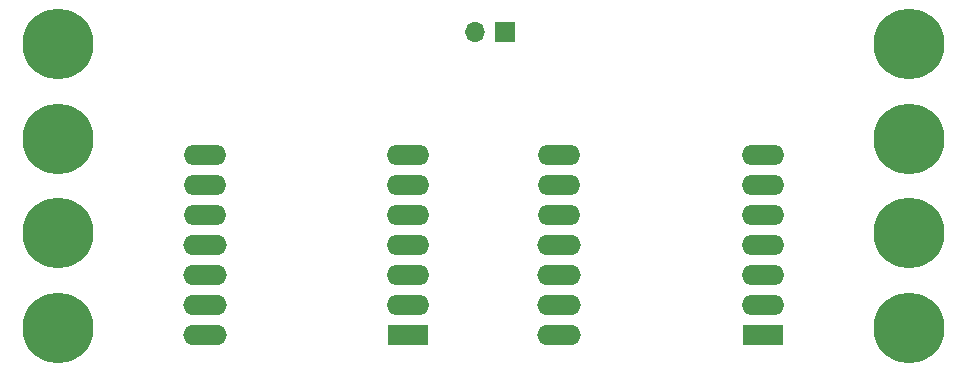
<source format=gbr>
%TF.GenerationSoftware,KiCad,Pcbnew,7.0.5-0*%
%TF.CreationDate,2023-07-26T01:41:50+02:00*%
%TF.ProjectId,esp32c3-wifi-dev,65737033-3263-4332-9d77-6966692d6465,rev?*%
%TF.SameCoordinates,Original*%
%TF.FileFunction,Soldermask,Top*%
%TF.FilePolarity,Negative*%
%FSLAX46Y46*%
G04 Gerber Fmt 4.6, Leading zero omitted, Abs format (unit mm)*
G04 Created by KiCad (PCBNEW 7.0.5-0) date 2023-07-26 01:41:50*
%MOMM*%
%LPD*%
G01*
G04 APERTURE LIST*
%ADD10R,3.500000X1.700000*%
%ADD11O,3.600000X1.700000*%
%ADD12O,3.700000X1.700000*%
%ADD13C,6.000000*%
%ADD14R,1.700000X1.700000*%
%ADD15O,1.700000X1.700000*%
G04 APERTURE END LIST*
D10*
%TO.C,U2*%
X203625000Y-88620000D03*
D11*
X203625000Y-86080000D03*
X203625000Y-83540000D03*
X203625000Y-81000000D03*
X203625000Y-78460000D03*
X203625000Y-75920000D03*
X203625000Y-73380000D03*
X186375000Y-73380000D03*
X186375000Y-75920000D03*
X186375000Y-78460000D03*
D12*
X186375000Y-81000000D03*
X186375000Y-83540000D03*
X186375000Y-86080000D03*
X186375000Y-88620000D03*
%TD*%
D13*
%TO.C,J2*%
X144000000Y-64000000D03*
X144000000Y-72000000D03*
X144000000Y-80000000D03*
X144000000Y-88000000D03*
%TD*%
%TO.C,J3*%
X216000000Y-64000000D03*
X216000000Y-72000000D03*
X216000000Y-80000000D03*
X216000000Y-88000000D03*
%TD*%
D10*
%TO.C,U1*%
X173625000Y-88620000D03*
D11*
X173625000Y-86080000D03*
X173625000Y-83540000D03*
X173625000Y-81000000D03*
X173625000Y-78460000D03*
X173625000Y-75920000D03*
X173625000Y-73380000D03*
X156375000Y-73380000D03*
X156375000Y-75920000D03*
X156375000Y-78460000D03*
D12*
X156375000Y-81000000D03*
X156375000Y-83540000D03*
X156375000Y-86080000D03*
X156375000Y-88620000D03*
%TD*%
D14*
%TO.C,J1*%
X181805000Y-63000000D03*
D15*
X179265000Y-63000000D03*
%TD*%
M02*

</source>
